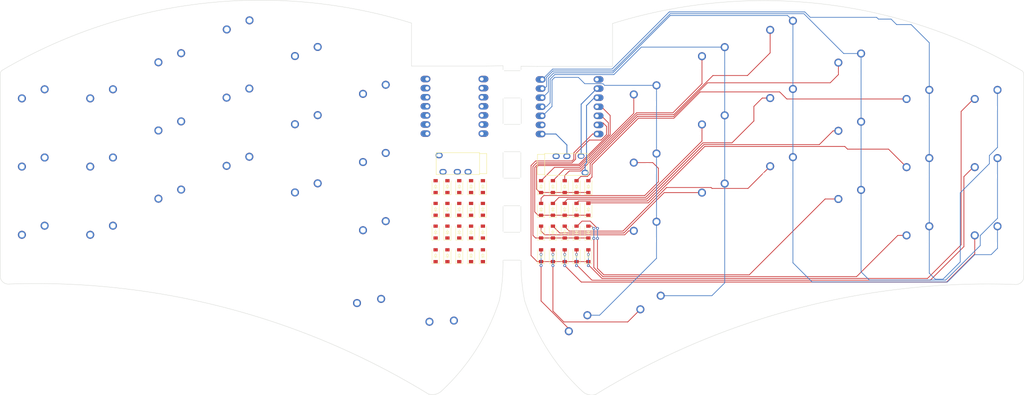
<source format=kicad_pcb>
(kicad_pcb (version 20211014) (generator pcbnew)
  (layers (0 "F.Cu" signal) (31 "B.Cu" signal) (34 "B.Paste" user) (35 "F.Paste" user) (36 "B.SilkS" user "B.Silkscreen") (37 "F.SilkS" user "F.Silkscreen") (38 "B.Mask" user) (39 "F.Mask" user) (44 "Edge.Cuts" user))
  (net 0 "")
  (footprint "random-keyboard-parts:D_SOD-123-Pretty" (layer "F.Cu") (at 170.432 107.232 90)
    (fp_text reference "REF**" hide)
    (fp_text value "D_SOD-123-Pretty" hide)
  )
  (footprint "Panelization:mouse-bite-5mm-slot" (layer "F.Cu") (at 149.084 96.022 90)
    (fp_text reference "mouse-bite-5mm-slot" hide)
    (fp_text value "VAL**" hide)
  )
  (footprint "random-keyboard-parts:D_SOD-123-Pretty" (layer "F.Cu") (at 160.532 107.232 90)
    (fp_text reference "REF**" hide)
    (fp_text value "D_SOD-123-Pretty" hide)
  )
  (footprint "random-keyboard-parts:D_SOD-123-Pretty" (layer "F.Cu") (at 127.76 107.232 90)
    (fp_text reference "REF**" hide)
    (fp_text value "D_SOD-123-Pretty" hide)
  )
  (footprint "MX_Only:MXOnly-1U-NoLED" (layer "F.Cu") (at 225.03 72.34)
    (fp_text reference "REF**" hide)
    (fp_text value "1U" hide)
  )
  (footprint "random-keyboard-parts:D_SOD-123-Pretty" (layer "F.Cu") (at 160.526 113.836 90)
    (fp_text reference "REF**" hide)
    (fp_text value "D_SOD-123-Pretty" hide)
  )
  (footprint "MX_Only:MXOnly-1U-NoLED" (layer "F.Cu") (at 111.286 71.162)
    (fp_text reference "REF**" hide)
    (fp_text value "1U" hide)
  )
  (footprint "random-keyboard-parts:D_SOD-123-Pretty" (layer "F.Cu") (at 140.968 94.532 90)
    (fp_text reference "REF**" hide)
    (fp_text value "D_SOD-123-Pretty" hide)
  )
  (footprint "random-keyboard-parts:D_SOD-123-Pretty" (layer "F.Cu") (at 170.432 94.532 90)
    (fp_text reference "REF**" hide)
    (fp_text value "D_SOD-123-Pretty" hide)
  )
  (footprint "MX_Only:MXOnly-1U-NoLED" (layer "F.Cu") (at 205.98 98.756)
    (fp_text reference "REF**" hide)
    (fp_text value "1U" hide)
  )
  (footprint "MX_Only:MXOnly-1U-NoLED" (layer "F.Cu") (at 205.98 79.706)
    (fp_text reference "REF**" hide)
    (fp_text value "1U" hide)
  )
  (footprint "xiao-main:xiao-tht" (layer "F.Cu") (at 133.03 72.104)
    (fp_text reference "U?" hide)
    (fp_text value "xiao-ble-thruhole" hide)
  )
  (footprint "random-keyboard-parts:D_SOD-123-Pretty" (layer "F.Cu") (at 137.666 94.532 90)
    (fp_text reference "REF**" hide)
    (fp_text value "D_SOD-123-Pretty" hide)
  )
  (footprint "MX_Only:MXOnly-1U-NoLED" (layer "F.Cu") (at 244.08 81.484)
    (fp_text reference "REF**" hide)
    (fp_text value "1U" hide)
  )
  (footprint "random-keyboard-parts:D_SOD-123-Pretty" (layer "F.Cu") (at 163.828 107.232 90)
    (fp_text reference "REF**" hide)
    (fp_text value "D_SOD-123-Pretty" hide)
  )
  (footprint "MX_Only:MXOnly-1U-NoLED" (layer "F.Cu") (at 186.93 90.374)
    (fp_text reference "REF**" hide)
    (fp_text value "1U" hide)
  )
  (footprint "random-keyboard-parts:D_SOD-123-Pretty" (layer "F.Cu") (at 160.526 94.532 90)
    (fp_text reference "REF**" hide)
    (fp_text value "D_SOD-123-Pretty" hide)
  )
  (footprint "random-keyboard-parts:D_SOD-123-Pretty" (layer "F.Cu") (at 127.76 113.836 90)
    (fp_text reference "REF**" hide)
    (fp_text value "D_SOD-123-Pretty" hide)
  )
  (footprint "MX_Only:MXOnly-1U-NoLED" (layer "F.Cu") (at 111.286 90.212)
    (fp_text reference "REF**" hide)
    (fp_text value "1U" hide)
  )
  (footprint "random-keyboard-parts:D_SOD-123-Pretty" (layer "F.Cu") (at 131.062 107.232 90)
    (fp_text reference "REF**" hide)
    (fp_text value "D_SOD-123-Pretty" hide)
  )
  (footprint "MX_Only:MXOnly-1U-NoLED" (layer "F.Cu") (at 225.03 91.39)
    (fp_text reference "REF**" hide)
    (fp_text value "1U" hide)
  )
  (footprint "MX_Only:MXOnly-1U-NoLED" (layer "F.Cu") (at 282.18 110.694)
    (fp_text reference "REF**" hide)
    (fp_text value "1U" hide)
  )
  (footprint "MX_Only:MXOnly-1U-NoLED" (layer "F.Cu") (at 263.13 91.644)
    (fp_text reference "REF**" hide)
    (fp_text value "1U" hide)
  )
  (footprint "MX_Only:MXOnly-1U-NoLED" (layer "F.Cu") (at 244.08 62.434)
    (fp_text reference "REF**" hide)
    (fp_text value "1U" hide)
  )
  (footprint "MX_Only:MXOnly-1U-NoLED" (layer "F.Cu") (at 54.136 100.4482)
    (fp_text reference "REF**" hide)
    (fp_text value "1U" hide)
  )
  (footprint "random-keyboard-parts:D_SOD-123-Pretty" (layer "F.Cu") (at 163.828 94.532 90)
    (fp_text reference "REF**" hide)
    (fp_text value "D_SOD-123-Pretty" hide)
  )
  (footprint "MX_Only:MXOnly-1U-NoLED" (layer "F.Cu") (at 35.086 72.432)
    (fp_text reference "REF**" hide)
    (fp_text value "1U" hide)
  )
  (footprint "MX_Only:MXOnly-1U-NoLED" (layer "F.Cu") (at 244.08 100.534)
    (fp_text reference "REF**" hide)
    (fp_text value "1U" hide)
  )
  (footprint "MX_Only:MXOnly-1U-NoLED" (layer "F.Cu") (at 16 72.434)
    (fp_text reference "REF**" hide)
    (fp_text value "1U" hide)
  )
  (footprint "MX_Only:MXOnly-1U-NoLED" (layer "F.Cu") (at 35.086 91.482)
    (fp_text reference "REF**" hide)
    (fp_text value "1U" hide)
  )
  (footprint "random-keyboard-parts:D_SOD-123-Pretty" (layer "F.Cu") (at 134.364 113.836 90)
    (fp_text reference "REF**" hide)
    (fp_text value "D_SOD-123-Pretty" hide)
  )
  (footprint "MX_Only:MXOnly-1U-NoLED" (layer "F.Cu") (at 186.93 109.424)
    (fp_text reference "REF**" hide)
    (fp_text value "1U" hide)
  )
  (footprint "random-keyboard-parts:D_SOD-123-Pretty" (layer "F.Cu") (at 134.364 100.882 90)
    (fp_text reference "REF**" hide)
    (fp_text value "D_SOD-123-Pretty" hide)
  )
  (footprint "MX_Only:MXOnly-1U-NoLED" (layer "F.Cu") (at 73.184 91.272)
    (fp_text reference "REF**" hide)
    (fp_text value "1U" hide)
  )
  (footprint "Keebio-Parts:TRRS-PJ-320A" (layer "F.Cu") (at 140.03 88.104 -90)
    (fp_text reference "REF**" hide)
    (fp_text value "TRRS-PJ-320A" hide)
  )
  (footprint "Keebio-Parts:TRRS-PJ-320A" (layer "F.Cu") (at 158.228 88.342 90)
    (fp_text reference "REF**" hide)
    (fp_text value "TRRS-PJ-320A" hide)
  )
  (footprint "MX_Only:MXOnly-1U-NoLED" (layer "F.Cu") (at 282.18 72.594)
    (fp_text reference "REF**" hide)
    (fp_text value "1U" hide)
  )
  (footprint "random-keyboard-parts:D_SOD-123-Pretty" (layer "F.Cu") (at 157.224 94.532 90)
    (fp_text reference "REF**" hide)
    (fp_text value "D_SOD-123-Pretty" hide)
  )
  (footprint "random-keyboard-parts:D_SOD-123-Pretty" (layer "F.Cu") (at 160.526 100.882 90)
    (fp_text reference "REF**" hide)
    (fp_text value "D_SOD-123-Pretty" hide)
  )
  (footprint "MX_Only:MXOnly-1U-NoLED" (layer "F.Cu") (at 111.286 109.262)
    (fp_text reference "REF**" hide)
    (fp_text value "1U" hide)
  )
  (footprint "MX_Only:MXOnly-1U-NoLED" (layer "F.Cu") (at 263.13 72.594)
    (fp_text reference "REF**" hide)
    (fp_text value "1U" hide)
  )
  (footprint "random-keyboard-parts:D_SOD-123-Pretty" (layer "F.Cu") (at 167.13 100.882 90)
    (fp_text reference "REF**" hide)
    (fp_text value "D_SOD-123-Pretty" hide)
  )
  (footprint "MX_Only:MXOnly-1U-NoLED" (layer "F.Cu") (at 92.28 60.604)
    (fp_text reference "REF**" hide)
    (fp_text value "1U" hide)
  )
  (footprint "MX_Only:MXOnly-1U-NoLED" (layer "F.Cu") (at 73.23 53.172)
    (fp_text reference "REF**" hide)
    (fp_text value "1U" hide)
  )
  (footprint "MX_Only:MXOnly-1U-NoLED" (layer "F.Cu") (at 189.216 130.506 12)
    (fp_text reference "REF**" hide)
    (fp_text value "1U" hide)
  )
  (footprint "random-keyboard-parts:D_SOD-123-Pretty" (layer "F.Cu") (at 140.968 107.232 90)
    (fp_text reference "REF**" hide)
    (fp_text value "D_SOD-123-Pretty" hide)
  )
  (footprint "random-keyboard-parts:D_SOD-123-Pretty" (layer "F.Cu") (at 131.062 100.882 90)
    (fp_text reference "REF**" hide)
    (fp_text value "D_SOD-123-Pretty" hide)
  )
  (footprint "MX_Only:MXOnly-1U-NoLED" (layer "F.Cu") (at 92.28 79.654)
    (fp_text reference "REF**" hide)
    (fp_text value "1U" hide)
  )
  (footprint "Panelization:mouse-bite-5mm-slot" (layer "F.Cu") (at 149.084 111.122 90)
    (fp_text reference "mouse-bite-5mm-slot" hide)
    (fp_text value "VAL**" hide)
  )
  (footprint "MX_Only:MXOnly-1U-NoLED" (layer "F.Cu") (at 225.03 53.29)
    (fp_text reference "REF**" hide)
    (fp_text value "1U" hide)
  )
  (footprint "MX_Only:MXOnly-1U-NoLED" (layer "F.Cu") (at 282.18 91.644)
    (fp_text reference "REF**" hide)
    (fp_text value "1U" hide)
  )
  (footprint "random-keyboard-parts:D_SOD-123-Pretty" (layer "F.Cu") (at 157.224 113.836 90)
    (fp_text reference "REF**" hide)
    (fp_text value "D_SOD-123-Pretty" hide)
  )
  (footprint "MX_Only:MXOnly-1U-NoLED" (layer "F.Cu") (at 16 110.534)
    (fp_text reference "REF**" hide)
    (fp_text value "1U" hide)
  )
  (footprint "MX_Only:MXOnly-1U-NoLED" (layer "F.Cu") (at 54.136 62.3482)
    (fp_text reference "REF**" hide)
    (fp_text value "1U" hide)
  )
  (footprint "Panelization:mouse-bite-5mm-slot" (layer "F.Cu") (at 149.134 65.922 90)
    (fp_text reference "mouse-bite-5mm-slot" hide)
    (fp_text value "VAL**" hide)
  )
  (footprint "random-keyboard-parts:D_SOD-123-Pretty" (layer "F.Cu") (at 157.224 107.232 90)
    (fp_text reference "REF**" hide)
    (fp_text value "D_SOD-123-Pretty" hide)
  )
  (footprint "random-keyboard-parts:D_SOD-123-Pretty" (layer "F.Cu") (at 127.76 100.882 90)
    (fp_text reference "REF**" hide)
    (fp_text value "D_SOD-123-Pretty" hide)
  )
  (footprint "random-keyboard-parts:D_SOD-123-Pretty" (layer "F.Cu") (at 167.13 113.836 90)
    (fp_text reference "REF**" hide)
    (fp_text value "D_SOD-123-Pretty" hide)
  )
  (footprint "MX_Only:MXOnly-1U-NoLED" (layer "F.Cu") (at 169.404 136.094 19)
    (fp_text reference "REF**" hide)
    (fp_text value "1U" hide)
  )
  (footprint "random-keyboard-parts:D_SOD-123-Pretty" (layer "F.Cu") (at 167.13 107.232 90)
    (fp_text reference "REF**" hide)
    (fp_text value "D_SOD-123-Pretty" hide)
  )
  (footprint "random-keyboard-parts:D_SOD-123-Pretty" (layer "F.Cu") (at 134.364 94.532 90)
    (fp_text reference "REF**" hide)
    (fp_text value "D_SOD-123-Pretty" hide)
  )
  (footprint "MX_Only:MXOnly-1U-NoLED" (layer "F.Cu") (at 128.812 135.932 -19)
    (fp_text reference "REF**" hide)
    (fp_text value "1U" hide)
  )
  (footprint "MX_Only:MXOnly-1U-NoLED" (layer "F.Cu") (at 35.086 110.532)
    (fp_text reference "REF**" hide)
    (fp_text value "1U" hide)
  )
  (footprint "random-keyboard-parts:D_SOD-123-Pretty" (layer "F.Cu") (at 137.666 113.836 90)
    (fp_text reference "REF**" hide)
    (fp_text value "D_SOD-123-Pretty" hide)
  )
  (footprint "random-keyboard-parts:D_SOD-123-Pretty" (layer "F.Cu") (at 137.666 107.232 90)
    (fp_text reference "REF**" hide)
    (fp_text value "D_SOD-123-Pretty" hide)
  )
  (footprint "random-keyboard-parts:D_SOD-123-Pretty" (layer "F.Cu") (at 163.828 100.882 90)
    (fp_text reference "REF**" hide)
    (fp_text value "D_SOD-123-Pretty" hide)
  )
  (footprint "MX_Only:MXOnly-1U-NoLED" (layer "F.Cu") (at 92.28 98.704)
    (fp_text reference "REF**" hide)
    (fp_text value "1U" hide)
  )
  (footprint "random-keyboard-parts:D_SOD-123-Pretty" (layer "F.Cu") (at 127.76 94.532 90)
    (fp_text reference "REF**" hide)
    (fp_text value "D_SOD-123-Pretty" hide)
  )
  (footprint "random-keyboard-parts:D_SOD-123-Pretty" (layer "F.Cu") (at 170.432 100.882 90)
    (fp_text reference "REF**" hide)
    (fp_text value "D_SOD-123-Pretty" hide)
  )
  (footprint "MX_Only:MXOnly-1U-NoLED" (layer "F.Cu") (at 205.98 60.656)
    (fp_text reference "REF**" hide)
    (fp_text value "1U" hide)
  )
  (footprint "random-keyboard-parts:D_SOD-123-Pretty" (layer "F.Cu") (at 140.968 100.882 90)
    (fp_text reference "REF**" hide)
    (fp_text value "D_SOD-123-Pretty" hide)
  )
  (footprint "MX_Only:MXOnly-1U-NoLED" (layer "F.Cu") (at 54.136 81.3982)
    (fp_text reference "REF**" hide)
    (fp_text value "1U" hide)
  )
  (footprint "random-keyboard-parts:D_SOD-123-Pretty" (layer "F.Cu") (at 163.828 113.836 90)
    (fp_text reference "REF**" hide)
    (fp_text value "D_SOD-123-Pretty" hide)
  )
  (footprint "random-keyboard-parts:D_SOD-123-Pretty" (layer "F.Cu") (at 140.968 113.836 90)
    (fp_text reference "REF**" hide)
    (fp_text value "D_SOD-123-Pretty" hide)
  )
  (footprint "MX_Only:MXOnly-1U-NoLED" (layer "F.Cu") (at 109 130.344 -12)
    (fp_text reference "REF**" hide)
    (fp_text value "1U" hide)
  )
  (footprint "MX_Only:MXOnly-1U-NoLED" (layer "F.Cu") (at 16 91.484)
    (fp_text reference "REF**" hide)
    (fp_text value "1U" hide)
  )
  (footprint "random-keyboard-parts:D_SOD-123-Pretty" (layer "F.Cu") (at 131.062 94.532 90)
    (fp_text reference "REF**" hide)
    (fp_text value "D_SOD-123-Pretty" hide)
  )
  (footprint "MX_Only:MXOnly-1U-NoLED" (layer "F.Cu") (at 263.13 110.694)
    (fp_text reference "REF**" hide)
    (fp_text value "1U" hide)
  )
  (footprint "MX_Only:MXOnly-1U-NoLED" (layer "F.Cu") (at 73.184 72.222)
    (fp_text reference "REF**" hide)
    (fp_text value "1U" hide)
  )
  (footprint "Panelization:mouse-bite-5mm-slot" (layer "F.Cu") (at 149.134 80.972 90)
    (fp_text reference "mouse-bite-5mm-slot" hide)
    (fp_text value "VAL**" hide)
  )
  (footprint "random-keyboard-parts:D_SOD-123-Pretty" (layer "F.Cu") (at 170.432 113.836 90)
    (fp_text reference "REF**" hide)
    (fp_text value "D_SOD-123-Pretty" hide)
  )
  (footprint "random-keyboard-parts:D_SOD-123-Pretty" (layer "F.Cu") (at 134.364 107.232 90)
    (fp_text reference "REF**" hide)
    (fp_text value "D_SOD-123-Pretty" hide)
  )
  (footprint "random-keyboard-parts:D_SOD-123-Pretty" (layer "F.Cu") (at 137.666 100.882 90)
    (fp_text reference "REF**" hide)
    (fp_text value "D_SOD-123-Pretty" hide)
  )
  (footprint "MX_Only:MXOnly-1U-NoLED" (layer "F.Cu") (at 186.93 71.324)
    (fp_text reference "REF**" hide)
    (fp_text value "1U" hide)
  )
  (footprint "random-keyboard-parts:D_SOD-123-Pretty" (layer "F.Cu") (at 167.13 94.532 90)
    (fp_text reference "REF**" hide)
    (fp_text value "D_SOD-123-Pretty" hide)
  )
  (footprint "random-keyboard-parts:D_SOD-123-Pretty" (layer "F.Cu") (at 157.224 100.882 90)
    (fp_text reference "REF**" hide)
    (fp_text value "D_SOD-123-Pretty" hide)
  )
  (footprint "random-keyboard-parts:D_SOD-123-Pretty" (layer "F.Cu") (at 131.062 113.836 90)
    (fp_text reference "REF**" hide)
    (fp_text value "D_SOD-123-Pretty" hide)
  )
  (footprint "xiao-main:xiao-tht" (layer "B.Cu") (at 165.184 72.222 180)
    (fp_text reference "U?" hide)
    (fp_text value "xiao-ble-thruhole" hide)
  )
  (gr_arc (start 145.574 126.324) (mid 139.081835 140.070934) (end 129.318 151.724) (layer "Edge.Cuts") (width 0.1))
  (gr_line (start 6.128 63.332) (end 6.128 119.466) (layer "Edge.Cuts") (width 0.1))
  (gr_line (start 151.684 77.172) (end 146.584 77.172) (layer "Edge.Cuts") (width 0.1))
  (gr_line (start 146.584 84.772) (end 146.584 92.172) (layer "Edge.Cuts") (width 0.1))
  (gr_arc (start 6.128 63.332) (mid 6.230737 62.636493) (end 6.636 62.062) (layer "Edge.Cuts") (width 0.1))
  (gr_arc (start 172.452 152.604) (mid 228.731404 128.597645) (end 289.546 121.87) (layer "Edge.Cuts") (width 0.1))
  (gr_line (start 146.584 69.772) (end 146.584 77.172) (layer "Edge.Cuts") (width 0.1))
  (gr_arc (start 8.668 121.752) (mid 6.874544 121.19061) (end 6.128 119.466) (layer "Edge.Cuts") (width 0.1))
  (gr_arc (start 168.896 151.842) (mid 159.132167 140.188933) (end 152.64 126.442) (layer "Edge.Cuts") (width 0.1))
  (gr_arc (start 291.578 62.18) (mid 291.983221 62.754505) (end 292.086 63.45) (layer "Edge.Cuts") (width 0.1))
  (gr_line (start 151.584 99.872) (end 151.584 107.272) (layer "Edge.Cuts") (width 0.1))
  (gr_line (start 151.684 69.772) (end 146.584 69.772) (layer "Edge.Cuts") (width 0.1))
  (gr_line (start 121.03 60.854) (end 121.03 48.854) (layer "Edge.Cuts") (width 0.1))
  (gr_arc (start 6.636 62.062) (mid 62.440365 43.396443) (end 121.03 48.854) (layer "Edge.Cuts") (width 0.1))
  (gr_line (start 177.184 48.972) (end 177.184 60.972) (layer "Edge.Cuts") (width 0.1))
  (gr_arc (start 152.64 126.442) (mid 151.860457 121.133861) (end 151.624 115.774) (layer "Edge.Cuts") (width 0.1))
  (gr_line (start 151.624 60.91) (end 151.624 62.172) (layer "Edge.Cuts") (width 0.1))
  (gr_line (start 151.624 62.172) (end 146.584 62.172) (layer "Edge.Cuts") (width 0.1))
  (gr_line (start 146.584 107.272) (end 146.584 99.872) (layer "Edge.Cuts") (width 0.1))
  (gr_arc (start 292.086 119.584) (mid 291.339441 121.308594) (end 289.546 121.87) (layer "Edge.Cuts") (width 0.1))
  (gr_line (start 151.584 107.272) (end 146.584 107.272) (layer "Edge.Cuts") (width 0.1))
  (gr_arc (start 177.184 48.972) (mid 235.773635 43.514438) (end 291.578 62.18) (layer "Edge.Cuts") (width 0.1))
  (gr_line (start 151.584 99.872) (end 146.584 99.872) (layer "Edge.Cuts") (width 0.1))
  (gr_line (start 151.624 115.774) (end 151.624 115.072) (layer "Edge.Cuts") (width 0.1))
  (gr_line (start 146.584 62.172) (end 146.59 60.792) (layer "Edge.Cuts") (width 0.1))
  (gr_arc (start 172.452 152.604) (mid 170.576232 152.679244) (end 168.896 151.842) (layer "Edge.Cuts") (width 0.1))
  (gr_arc (start 129.318 151.724) (mid 127.637759 152.561232) (end 125.762 152.486) (layer "Edge.Cuts") (width 0.1))
  (gr_line (start 146.584 115.072) (end 146.59 115.656) (layer "Edge.Cuts") (width 0.1))
  (gr_line (start 142.03 60.854) (end 121.03 60.854) (layer "Edge.Cuts") (width 0.1))
  (gr_arc (start 8.668 121.752) (mid 69.482595 128.479648) (end 125.762 152.486) (layer "Edge.Cuts") (width 0.1))
  (gr_line (start 151.624 115.072) (end 146.584 115.072) (layer "Edge.Cuts") (width 0.1))
  (gr_line (start 151.684 77.172) (end 151.684 69.772) (layer "Edge.Cuts") (width 0.1))
  (gr_line (start 151.584 92.172) (end 151.584 84.772) (layer "Edge.Cuts") (width 0.1))
  (gr_line (start 177.184 60.972) (end 156.184 60.972) (layer "Edge.Cuts") (width 0.1))
  (gr_line (start 142.03 60.854) (end 146.59 60.792) (layer "Edge.Cuts") (width 0.1))
  (gr_line (start 151.584 84.772) (end 146.584 84.772) (layer "Edge.Cuts") (width 0.1))
  (gr_line (start 151.584 92.172) (end 146.584 92.172) (layer "Edge.Cuts") (width 0.1))
  (gr_line (start 151.624 60.91) (end 156.184 60.972) (layer "Edge.Cuts") (width 0.1))
  (gr_arc (start 146.59 115.656) (mid 146.353548 121.015862) (end 145.574 126.324) (layer "Edge.Cuts") (width 0.1))
  (gr_line (start 292.086 119.584) (end 292.086 63.45) (layer "Edge.Cuts") (width 0.1))
  (segment (start 184.15 74.93) (end 194.31 74.93) (width 0.2) (layer "F.Cu") (net 0))
  (segment (start 214.884 63.5) (end 221.22 57.164) (width 0.2) (layer "F.Cu") (net 0))
  (segment (start 180.084 106.978) (end 192.276 94.786) (width 0.2) (layer "F.Cu") (net 0))
  (segment (start 204.722 94.786) (end 204.976 95.04) (width 0.2) (layer "F.Cu") (net 0))
  (segment (start 223.874 68.072) (end 225.856 70.054) (width 0.2) (layer "F.Cu") (net 0))
  (segment (start 215.39 119.17) (end 236.566 97.994) (width 0.2) (layer "F.Cu") (net 0))
  (segment (start 218.998 69.8) (end 221.22 69.8) (width 0.2) (layer "F.Cu") (net 0))
  (segment (start 157.224 116.586) (end 157.224 126.49) (width 0.2) (layer "F.Cu") (net 0))
  (segment (start 172.972 106.216) (end 170.94 104.184) (width 0.2) (layer "F.Cu") (net 0))
  (segment (start 278.37 113.34) (end 278.37 108.154) (width 0.2) (layer "F.Cu") (net 0))
  (segment (start 171.956 117.138) (end 174.496 119.678) (width 0.2) (layer "F.Cu") (net 0))
  (segment (start 174.076 74.762) (end 172.804 74.762) (width 0.2) (layer "F.Cu") (net 0))
  (segment (start 181.440811 132.334) (end 184.961162 128.813649) (width 0.2) (layer "F.Cu") (net 0))
  (segment (start 167.34 116.586) (end 171.448 120.694) (width 0.2) (layer "F.Cu") (net 0))
  (segment (start 155.6688 108.882) (end 154.94 108.1532) (width 0.2) (layer "F.Cu") (net 0))
  (segment (start 157.224 112.186) (end 157.224 113.538) (width 0.2) (layer "F.Cu") (net 0))
  (segment (start 203.708 65.532) (end 237.998 65.532) (width 0.2) (layer "F.Cu") (net 0))
  (segment (start 155.448 101.6) (end 155.448 89.154) (width 0.2) (layer "F.Cu") (net 0))
  (segment (start 188.418 87.834) (end 183.12 87.834) (width 0.2) (layer "F.Cu") (net 0))
  (segment (start 237.998 65.532) (end 240.27 63.26) (width 0.2) (layer "F.Cu") (net 0))
  (segment (start 167.13 102.532) (end 170.432 102.532) (width 0.2) (layer "F.Cu") (net 0))
  (segment (start 186.436 97.536) (end 202.17 81.802) (width 0.2) (layer "F.Cu") (net 0))
  (segment (start 172.972 109.01) (end 172.972 117.392) (width 0.2) (layer "F.Cu") (net 0))
  (segment (start 157.224 96.182) (end 160.526 96.182) (width 0.2) (layer "F.Cu") (net 0))
  (segment (start 163.828 102.532) (end 167.13 102.532) (width 0.2) (layer "F.Cu") (net 0))
  (segment (start 155.956 87.884) (end 165.862 87.884) (width 0.2) (layer "F.Cu") (net 0))
  (segment (start 155.448 89.154) (end 156.302 88.3) (width 0.2) (layer "F.Cu") (net 0))
  (segment (start 242.062 83.312) (end 242.824 84.074) (width 0.2) (layer "F.Cu") (net 0))
  (segment (start 163.828 112.186) (end 163.828 113.54) (width 0.2) (layer "F.Cu") (net 0))
  (segment (start 210.566 82.296) (end 216.662 76.2) (width 0.2) (layer "F.Cu") (net 0))
  (segment (start 278.042 70.054) (end 278.37 70.054) (width 0.2) (layer "F.Cu") (net 0))
  (segment (start 187.198 99.06) (end 202.946 83.312) (width 0.2) (layer "F.Cu") (net 0))
  (segment (start 189.992 89.408) (end 188.418 87.834) (width 0.2) (layer "F.Cu") (net 0))
  (segment (start 160.526 102.532) (end 163.828 102.532) (width 0.2) (layer "F.Cu") (net 0))
  (segment (start 176.53 74.676) (end 176.53 80.07) (width 0.2) (layer "F.Cu") (net 0))
  (segment (start 167.64 98.552) (end 186.944 98.552) (width 0.2) (layer "F.Cu") (net 0))
  (segment (start 164.592 98.044) (end 186.69 98.044) (width 0.2) (layer "F.Cu") (net 0))
  (segment (start 234.95 82.804) (end 238.81 78.944) (width 0.2) (layer "F.Cu") (net 0))
  (segment (start 176.022 76.708) (end 174.076 74.762) (width 0.2) (layer "F.Cu") (net 0))
  (segment (start 171.45 88.392) (end 184.404 75.438) (width 0.2) (layer "F.Cu") (net 0))
  (segment (start 170.942 88.138) (end 184.15 74.93) (width 0.2) (layer "F.Cu") (net 0))
  (segment (start 183.896 73.914) (end 194.056 73.914) (width 0.2) (layer "F.Cu") (net 0))
  (segment (start 163.828 96.182) (end 167.13 96.182) (width 0.2) (layer "F.Cu") (net 0))
  (segment (start 172.972 117.392) (end 174.75 119.17) (width 0.2) (layer "F.Cu") (net 0))
  (segment (start 242.824 84.074) (end 254.29 84.074) (width 0.2) (layer "F.Cu") (net 0))
  (segment (start 170.432 112.186) (end 170.432 113.538) (width 0.2) (layer "F.Cu") (net 0))
  (segment (start 174.496 119.678) (end 245.362 119.678) (width 0.2) (layer "F.Cu") (net 0))
  (segment (start 173.398 76.708) (end 172.804 77.302) (width 0.2) (layer "F.Cu") (net 0))
  (segment (start 170.604 99.06) (end 187.198 99.06) (width 0.2) (layer "F.Cu") (net 0))
  (segment (start 180.592 107.994) (end 181.702 106.884) (width 0.2) (layer "F.Cu") (net 0))
  (segment (start 202.17 65.8) (end 202.17 58.116) (width 0.2) (layer "F.Cu") (net 0))
  (segment (start 225.856 70.054) (end 259.32 70.054) (width 0.2) (layer "F.Cu") (net 0))
  (segment (start 186.944 98.552) (end 202.692 82.804) (width 0.2) (layer "F.Cu") (net 0))
  (segment (start 156.38 102.532) (end 155.448 101.6) (width 0.2) (layer "F.Cu") (net 0))
  (segment (start 157.224 99.232) (end 157.224 97.792) (width 0.2) (layer "F.Cu") (net 0))
  (segment (start 183.12 74.055) (end 183.12 68.784) (width 0.2) (layer "F.Cu") (net 0))
  (segment (start 194.31 75.438) (end 201.676 68.072) (width 0.2) (layer "F.Cu") (net 0))
  (segment (start 163.576 132.334) (end 181.440811 132.334) (width 0.2) (layer "F.Cu") (net 0))
  (segment (start 236.566 97.994) (end 240.27 97.994) (width 0.2) (layer "F.Cu") (net 0))
  (segment (start 167.954 88.646) (end 156.464 88.646) (width 0.2) (layer "F.Cu") (net 0))
  (segment (start 166.878 85.344) (end 170.688 81.534) (width 0.2) (layer "F.Cu") (net 0))
  (segment (start 157.988 97.028) (end 186.182 97.028) (width 0.2) (layer "F.Cu") (net 0))
  (segment (start 162.222 97.536) (end 186.436 97.536) (width 0.2) (layer "F.Cu") (net 0))
  (segment (start 184.404 75.438) (end 194.31 75.438) (width 0.2) (layer "F.Cu") (net 0))
  (segment (start 171.322 105.582) (end 170.432 105.582) (width 0.2) (layer "F.Cu") (net 0))
  (segment (start 163.828 92.882) (end 163.828 91.442) (width 0.2) (layer "F.Cu") (net 0))
  (segment (start 221.22 57.164) (end 221.22 50.75) (width 0.2) (layer "F.Cu") (net 0))
  (segment (start 157.224 108.882) (end 160.532 108.882) (width 0.2) (layer "F.Cu") (net 0))
  (segment (start 170.688 81.534) (end 173.99 81.534) (width 0.2) (layer "F.Cu") (net 0))
  (segment (start 170.18 91.694) (end 170.942 90.932) (width 0.2) (layer "F.Cu") (net 0))
  (segment (start 160.526 115.486) (end 163.828 115.486) (width 0.2) (layer "F.Cu") (net 0))
  (segment (start 157.224 97.792) (end 157.988 97.028) (width 0.2) (layer "F.Cu") (net 0))
  (segment (start 201.676 68.072) (end 223.874 68.072) (width 0.2) (layer "F.Cu") (net 0))
  (segment (start 157.224 106.978) (end 158.24 107.994) (width 0.2) (layer "F.Cu") (net 0))
  (segment (start 163.746 89.662) (end 168.148 89.662) (width 0.2) (layer "F.Cu") (net 0))
  (segment (start 204.976 95.04) (end 215.03 95.04) (width 0.2) (layer "F.Cu") (net 0))
  (segment (start 274.572 73.524) (end 278.042 70.054) (width 0.2) (layer "F.Cu") (net 0))
  (segment (start 167.13 92.882) (end 168.318 91.694) (width 0.2) (layer "F.Cu") (net 0))
  (segment (start 163.828 105.582) (end 163.828 105.708) (width 0.2) (layer "F.Cu") (net 0))
  (segment (start 168.654 104.184) (end 167.256 105.582) (width 0.2) (layer "F.Cu") (net 0))
  (segment (start 157.224 115.486) (end 156.126 115.486) (width 0.2) (layer "F.Cu") (net 0))
  (segment (start 160.526 96.182) (end 163.828 96.182) (width 0.2) (layer "F.Cu") (net 0))
  (segment (start 171.448 120.694) (end 265.936 120.694) (width 0.2) (layer "F.Cu") (net 0))
  (segment (start 167.132 116.586) (end 167.34 116.586) (width 0.2) (layer "F.Cu") (net 0))
  (segment (start 254.29 84.074) (end 259.32 89.104) (width 0.2) (layer "F.Cu") (net 0))
  (segment (start 171.956 109.01) (end 171.956 117.138) (width 0.2) (layer "F.Cu") (net 0))
  (segment (start 160.526 112.186) (end 160.526 113.54) (width 0.2) (layer "F.Cu") (net 0))
  (segment (start 167.13 115.486) (end 170.432 115.486) (width 0.2) (layer "F.Cu") (net 0))
  (segment (start 167.13 99.062) (end 167.64 98.552) (width 0.2) (layer "F.Cu") (net 0))
  (segment (start 167.256 105.582) (end 167.13 105.582) (width 0.2) (layer "F.Cu") (net 0))
  (segment (start 215.03 95.04) (end 221.22 88.85) (width 0.2) (layer "F.Cu") (net 0))
  (segment (start 194.31 74.93) (end 203.708 65.532) (width 0.2) (layer "F.Cu") (net 0))
  (segment (start 155.956 95.25) (end 156.888 96.182) (width 0.2) (layer "F.Cu") (net 0))
  (segment (start 167.13 108.882) (end 170.432 108.882) (width 0.2) (layer "F.Cu") (net 0))
  (segment (start 184.023 74.422) (end 194.31 74.422) (width 0.2) (layer "F.Cu") (net 0))
  (segment (start 163.828 115.486) (end 167.13 115.486) (width 0.2) (layer "F.Cu") (net 0))
  (segment (start 160.526 99.232) (end 162.222 97.536) (width 0.2) (layer "F.Cu") (net 0))
  (segment (start 158.24 107.994) (end 180.592 107.994) (width 0.2) (layer "F.Cu") (net 0))
  (segment (start 163.83 116.586) (end 168.446 121.202) (width 0.2) (layer "F.Cu") (net 0))
  (segment (start 166.37 85.09) (end 171.618 79.842) (width 0.2) (layer "F.Cu") (net 0))
  (segment (start 194.056 73.914) (end 202.17 65.8) (width 0.2) (layer "F.Cu") (net 0))
  (segment (start 192.276 94.786) (end 204.722 94.786) (width 0.2) (layer "F.Cu") (net 0))
  (segment (start 274.572 110.788) (end 274.572 73.524) (width 0.2) (layer "F.Cu") (net 0))
  (segment (start 154.432 88.646) (end 155.702 87.376) (width 0.2) (layer "F.Cu") (net 0))
  (segment (start 157.224 105.582) (end 157.224 106.978) (width 0.2) (layer "F.Cu") (net 0))
  (segment (start 175.514 77.724) (end 174.498 76.708) (width 0.2) (layer "F.Cu") (net 0))
  (segment (start 166.37 86.868) (end 166.37 85.09) (width 0.2) (layer "F.Cu") (net 0))
  (segment (start 174.076 72.222) (end 176.53 74.676) (width 0.2) (layer "F.Cu") (net 0))
  (segment (start 170.432 92.882) (end 171.45 91.864) (width 0.2) (layer "F.Cu") (net 0))
  (segment (start 162.436 107.486) (end 180.338 107.486) (width 0.2) (layer "F.Cu") (net 0))
  (segment (start 165.862 87.376) (end 166.37 86.868) (width 0.2) (layer "F.Cu") (net 0))
  (segment (start 167.13 96.182) (end 170.432 96.182) (width 0.2) (layer "F.Cu") (net 0))
  (segment (start 163.828 99.232) (end 163.828 98.808) (width 0.2) (layer "F.Cu") (net 0))
  (segment (start 180.338 107.486) (end 191.608 96.216) (width 0.2) (layer "F.Cu") (net 0))
  (segment (start 157.224 102.532) (end 160.526 102.532) (width 0.2) (layer "F.Cu") (net 0))
  (segment (start 160.526 129.284) (end 163.576 132.334) (width 0.2) (layer "F.Cu") (net 0))
  (segment (start 160.532 105.582) (end 162.436 107.486) (width 0.2) (layer "F.Cu") (net 0))
  (segment (start 172.804 72.222) (end 174.076 72.222) (width 0.2) (layer "F.Cu") (net 0))
  (segment (start 156.126 115.486) (end 154.432 113.792) (width 0.2) (layer "F.Cu") (net 0))
  (segment (start 167.13 99.232) (end 167.13 99.062) (width 0.2) (layer "F.Cu") (net 0))
  (segment (start 240.27 63.26) (end 240.27 59.894) (width 0.2) (layer "F.Cu") (net 0))
  (segment (start 160.532 108.882) (end 163.828 108.882) (width 0.2) (layer "F.Cu") (net 0))
  (segment (start 189.992 93.218) (end 189.992 89.408) (width 0.2) (layer "F.Cu") (net 0))
  (segment (start 154.432 113.792) (end 154.432 88.646) (width 0.2) (layer "F.Cu") (net 0))
  (segment (start 163.828 108.882) (end 167.13 108.882) (width 0.2) (layer "F.Cu") (net 0))
  (segment (start 166.878 86.868) (end 166.878 85.344) (width 0.2) (layer "F.Cu") (net 0))
  (segment (start 157.224 115.486) (end 160.526 115.486) (width 0.2) (layer "F.Cu") (net 0))
  (segment (start 170.432 99.232) (end 170.604 99.06) (width 0.2) (layer "F.Cu") (net 0))
  (segment (start 277.968 89.104) (end 278.37 89.104) (width 0.2) (layer "F.Cu") (net 0))
  (segment (start 176.53 80.07) (end 167.954 88.646) (width 0.2) (layer "F.Cu") (net 0))
  (segment (start 186.182 97.028) (end 189.992 93.218) (width 0.2) (layer "F.Cu") (net 0))
  (segment (start 167.8 88.3) (end 176.022 80.078) (width 0.2) (layer "F.Cu") (net 0))
  (segment (start 155.702 87.376) (end 165.862 87.376) (width 0.2) (layer "F.Cu") (net 0))
  (segment (start 170.94 104.184) (end 168.654 104.184) (width 0.2) (layer "F.Cu") (net 0))
  (segment (start 167.13 112.186) (end 167.13 113.538) (width 0.2) (layer "F.Cu") (net 0))
  (segment (start 194.31 74.422) (end 205.232 63.5) (width 0.2) (layer "F.Cu") (net 0))
  (segment (start 168.275 90.17) (end 184.023 74.422) (width 0.2) (layer "F.Cu") (net 0))
  (segment (start 163.828 91.442) (end 165.1 90.17) (width 0.2) (layer "F.Cu") (net 0))
  (segment (start 170.434 116.586) (end 170.642 116.586) (width 0.2) (layer "F.Cu") (net 0))
  (segment (start 154.94 108.1532) (end 154.94 88.9) (width 0.2) (layer "F.Cu") (net 0))
  (segment (start 202.17 81.802) (end 202.17 77.166) (width 0.2) (layer "F.Cu") (net 0))
  (segment (start 205.232 63.5) (end 214.884 63.5) (width 0.2) (layer "F.Cu") (net 0))
  (segment (start 265.936 120.694) (end 275.334 111.296) (width 0.2) (layer "F.Cu") (net 0))
  (segment (start 168.446 121.202) (end 270.508 121.202) (width 0.2) (layer "F.Cu") (net 0))
  (segment (start 245.362 119.678) (end 256.886 108.154) (width 0.2) (layer "F.Cu") (net 0))
  (segment (start 170.642 116.586) (end 174.242 120.186) (width 0.2) (layer "F.Cu") (net 0))
  (segment (start 202.692 82.804) (end 234.95 82.804) (width 0.2) (layer "F.Cu") (net 0))
  (segment (start 186.69 98.044) (end 202.438 82.296) (width 0.2) (layer "F.Cu") (net 0))
  (segment (start 168.148 89.662) (end 183.896 73.914) (width 0.2) (layer "F.Cu") (net 0))
  (segment (start 168.021 89.154) (end 183.12 74.055) (width 0.2) (layer "F.Cu") (net 0))
  (segment (start 216.662 76.2) (end 216.662 72.136) (width 0.2) (layer "F.Cu") (net 0))
  (segment (start 176.022 80.078) (end 176.022 76.708) (width 0.2) (layer "F.Cu") (net 0))
  (segment (start 170.432 99.232) (end 170.434 99.234) (width 0.2) (layer "F.Cu") (net 0))
  (segment (start 157.224 108.882) (end 155.6688 108.882) (width 0.2) (layer "F.Cu") (net 0))
  (segment (start 165.862 87.884) (end 166.878 86.868) (width 0.2) (layer "F.Cu") (net 0))
  (segment (start 173.99 81.534) (end 175.514 80.01) (width 0.2) (layer "F.Cu") (net 0))
  (segment (start 174.498 76.708) (end 173.398 76.708) (width 0.2) (layer "F.Cu") (net 0))
  (segment (start 160.526 92.882) (end 163.746 89.662) (width 0.2) (layer "F.Cu") (net 0))
  (segment (start 165.1 90.17) (end 168.275 90.17) (width 0.2) (layer "F.Cu") (net 0))
  (segment (start 170.942 90.932) (end 170.942 88.138) (width 0.2) (layer "F.Cu") (net 0))
  (segment (start 171.45 91.864) (end 171.45 88.392) (width 0.2) (layer "F.Cu") (net 0))
  (segment (start 171.618 79.842) (end 172.804 79.842) (width 0.2) (layer "F.Cu") (net 0))
  (segment (start 171.956 106.216) (end 171.322 105.582) (width 0.2) (layer "F.Cu") (net 0))
  (segment (start 181.702 106.884) (end 183.12 106.884) (width 0.2) (layer "F.Cu") (net 0))
  (segment (start 163.828 105.708) (end 165.098 106.978) (width 0.2) (layer "F.Cu") (net 0))
  (segment (start 275.334 111.296) (end 275.334 91.738) (width 0.2) (layer "F.Cu") (net 0))
  (segment (start 157.224 102.532) (end 156.38 102.532) (width 0.2) (layer "F.Cu") (net 0))
  (segment (start 163.828 98.808) (end 164.592 98.044) (width 0.2) (layer "F.Cu") (net 0))
  (segment (start 175.514 80.01) (end 175.514 77.724) (width 0.2) (layer "F.Cu") (net 0))
  (segment (start 275.334 91.738) (end 277.968 89.104) (width 0.2) (layer "F.Cu") (net 0))
  (segment (start 202.438 82.296) (end 210.566 82.296) (width 0.2) (layer "F.Cu") (net 0))
  (segment (start 155.956 89.154) (end 155.956 95.25) (width 0.2) (layer "F.Cu") (net 0))
  (segment (start 216.662 72.136) (end 218.998 69.8) (width 0.2) (layer "F.Cu") (net 0))
  (segment (start 165.098 106.978) (end 180.084 106.978) (width 0.2) (layer "F.Cu") (net 0))
  (segment (start 265.174 120.186) (end 274.572 110.788) (width 0.2) (layer "F.Cu") (net 0))
  (segment (start 160.526 116.586) (end 160.526 129.284) (width 0.2) (layer "F.Cu") (net 0))
  (segment (start 164.974631 134.240631) (end 164.974631 134.932797) (width 0.2) (layer "F.Cu") (net 0))
  (segment (start 156.888 96.182) (end 157.224 96.182) (width 0.2) (layer "F.Cu") (net 0))
  (segment (start 191.608 96.216) (end 202.17 96.216) (width 0.2) (layer "F.Cu") (net 0))
  (segment (start 156.302 88.3) (end 167.8 88.3) (width 0.2) (layer "F.Cu") (net 0))
  (segment (start 270.508 121.202) (end 278.37 113.34) (width 0.2) (layer "F.Cu") (net 0))
  (segment (start 256.886 108.154) (end 259.32 108.154) (width 0.2) (layer "F.Cu") (net 0))
  (segment (start 202.946 83.312) (end 242.062 83.312) (width 0.2) (layer "F.Cu") (net 0))
  (segment (start 174.75 119.17) (end 215.39 119.17) (width 0.2) (layer "F.Cu") (net 0))
  (segment (start 160.952 89.154) (end 168.021 89.154) (width 0.2) (layer "F.Cu") (net 0))
  (segment (start 168.318 91.694) (end 170.18 91.694) (width 0.2) (layer "F.Cu") (net 0))
  (segment (start 238.81 78.944) (end 240.27 78.944) (width 0.2) (layer "F.Cu") (net 0))
  (segment (start 156.464 88.646) (end 155.956 89.154) (width 0.2) (layer "F.Cu") (net 0))
  (segment (start 157.224 92.882) (end 160.952 89.154) (width 0.2) (layer "F.Cu") (net 0))
  (segment (start 174.242 120.186) (end 265.174 120.186) (width 0.2) (layer "F.Cu") (net 0))
  (segment (start 157.224 126.49) (end 164.974631 134.240631) (width 0.2) (layer "F.Cu") (net 0))
  (segment (start 154.94 88.9) (end 155.956 87.884) (width 0.2) (layer "F.Cu") (net 0))
  (via (at 160.526 113.54) (size 0.8) (drill 0.4) (layers "F.Cu" "B.Cu") (net 0))
  (via (at 171.956 106.216) (size 0.8) (drill 0.4) (layers "F.Cu" "B.Cu") (net 0))
  (via (at 170.434 116.586) (size 0.8) (drill 0.4) (layers "F.Cu" "B.Cu") (net 0))
  (via (at 167.132 116.586) (size 0.8) (drill 0.4) (layers "F.Cu" "B.Cu") (net 0))
  (via (at 171.956 109.01) (size 0.8) (drill 0.4) (layers "F.Cu" "B.Cu") (net 0))
  (via (at 167.13 113.538) (size 0.8) (drill 0.4) (layers "F.Cu" "B.Cu") (net 0))
  (via (at 172.972 109.01) (size 0.8) (drill 0.4) (layers "F.Cu" "B.Cu") (net 0))
  (via (at 172.972 106.216) (size 0.8) (drill 0.4) (layers "F.Cu" "B.Cu") (net 0))
  (via (at 163.83 116.586) (size 0.8) (drill 0.4) (layers "F.Cu" "B.Cu") (net 0))
  (via (at 163.828 113.54) (size 0.8) (drill 0.4) (layers "F.Cu" "B.Cu") (net 0))
  (via (at 160.526 116.586) (size 0.8) (drill 0.4) (layers "F.Cu" "B.Cu") (net 0))
  (via (at 157.224 113.538) (size 0.8) (drill 0.4) (layers "F.Cu" "B.Cu") (net 0))
  (via (at 170.432 113.538) (size 0.8) (drill 0.4) (layers "F.Cu" "B.Cu") (net 0))
  (via (at 157.224 116.586) (size 0.8) (drill 0.4) (layers "F.Cu" "B.Cu") (net 0))
  (segment (start 227.57 67.26) (end 227.57 48.21) (width 0.2) (layer "B.Cu") (net 0))
  (segment (start 161.376 79.842) (end 157.564 79.842) (width 0.25) (layer "B.Cu") (net 0))
  (segment (start 193.04 45.72) (end 177.038 61.722) (width 0.2) (layer "B.Cu") (net 0))
  (segment (start 208.52 93.676) (end 208.52 74.626) (width 0.2) (layer "B.Cu") (net 0))
  (segment (start 163.828 116.584) (end 163.83 116.586) (width 0.2) (layer "B.Cu") (net 0))
  (segment (start 284.72 83.58) (end 282.448 85.852) (width 0.2) (layer "B.Cu") (net 0))
  (segment (start 251.46 47.752) (end 250.952 47.244) (width 0.2) (layer "B.Cu") (net 0))
  (segment (start 160.528 62.23) (end 158.75 64.008) (width 0.2) (layer "B.Cu") (net 0))
  (segment (start 174.956 66.244) (end 174.498 65.786) (width 0.2) (layer "B.Cu") (net 0))
  (segment (start 164.428 82.894) (end 161.376 79.842) (width 0.25) (layer "B.Cu") (net 0))
  (segment (start 274.32 115.57) (end 269.494 120.396) (width 0.2) (layer "B.Cu") (net 0))
  (segment (start 158.75 64.008) (end 158.75 66.548) (width 0.2) (layer "B.Cu") (net 0))
  (segment (start 169.418 65.786) (end 167.64 64.008) (width 0.2) (layer "B.Cu") (net 0))
  (segment (start 161.036 64.008) (end 160.274 64.77) (width 0.2) (layer "B.Cu") (net 0))
  (segment (start 159.766 64.516) (end 159.766 71.12) (width 0.2) (layer "B.Cu") (net 0))
  (segment (start 227.57 48.21) (end 226.096 46.736) (width 0.2) (layer "B.Cu") (net 0))
  (segment (start 170.151731 130.463823) (end 173.574177 130.463823) (width 0.2) (layer "B.Cu") (net 0))
  (segment (start 248.92 120.65) (end 246.62 118.35) (width 0.2) (layer "B.Cu") (net 0))
  (segment (start 177.038 61.722) (end 160.444 61.722) (width 0.2) (layer "B.Cu") (net 0))
  (segment (start 246.62 76.404) (end 246.62 57.354) (width 0.2) (layer "B.Cu") (net 0))
  (segment (start 189.47 66.244) (end 174.956 66.244) (width 0.2) (layer "B.Cu") (net 0))
  (segment (start 158.156 67.142) (end 157.564 67.142) (width 0.2) (layer "B.Cu") (net 0))
  (segment (start 241.758 57.354) (end 230.632 46.228) (width 0.2) (layer "B.Cu") (net 0))
  (segment (start 168.428 86.042) (end 168.428 71.518) (width 0.25) (layer "B.Cu") (net 0))
  (segment (start 189.47 85.294) (end 189.47 66.244) (width 0.2) (layer "B.Cu") (net 0))
  (segment (start 232.918 121.158) (end 227.57 115.81) (width 0.2) (layer "B.Cu") (net 0))
  (segment (start 226.096 46.736) (end 193.294 46.736) (width 0.2) (layer "B.Cu") (net 0))
  (segment (start 177.546 63.246) (end 161.036 63.246) (width 0.2) (layer "B.Cu") (net 0))
  (segment (start 230.886 45.72) (end 193.04 45.72) (width 0.2) (layer "B.Cu") (net 0))
  (segment (start 284.72 111.774) (end 282.942 113.552) (width 0.2) (layer "B.Cu") (net 0))
  (segment (start 172.972 106.216) (end 172.972 109.01) (width 0.2) (layer "B.Cu") (net 0))
  (segment (start 232.41 47.244) (end 230.886 45.72) (width 0.2) (layer "B.Cu") (net 0))
  (segment (start 208.52 74.626) (end 208.52 55.576) (width 0.2) (layer "B.Cu") (net 0))
  (segment (start 170.432 113.538) (end 170.432 116.584) (width 0.2) (layer "B.Cu") (net 0))
  (segment (start 164.428 86.042) (end 164.428 82.894) (width 0.25) (layer "B.Cu") (net 0))
  (segment (start 265.67 86.564) (end 265.67 67.514) (width 0.2) (layer "B.Cu") (net 0))
  (segment (start 227.57 115.81) (end 227.57 86.31) (width 0.2) (layer "B.Cu") (net 0))
  (segment (start 246.62 118.35) (end 246.62 95.454) (width 0.2) (layer "B.Cu") (net 0))
  (segment (start 177.292 62.23) (end 160.528 62.23) (width 0.2) (layer "B.Cu") (net 0))
  (segment (start 167.64 64.008) (end 161.036 64.008) (width 0.2) (layer "B.Cu") (net 0))
  (segment (start 159.766 71.12) (end 158.664 72.222) (width 0.2) (layer "B.Cu") (net 0))
  (segment (start 160.526 113.54) (end 160.526 116.586) (width 0.2) (layer "B.Cu") (net 0))
  (segment (start 269.494 120.396) (end 267.335 120.396) (width 0.2) (layer "B.Cu") (net 0))
  (segment (start 185.216 55.576) (end 177.546 63.246) (width 0.2) (layer "B.Cu") (net 0))
  (segment (start 265.67 105.614) (end 265.67 86.564) (width 0.2) (layer "B.Cu") (net 0))
  (segment (start 260.604 49.276) (end 256.54 49.276) (width 0.2) (layer "B.Cu") (net 0))
  (segment (start 270.256 120.65) (end 248.92 120.65) (width 0.2) (layer "B.Cu") (net 0))
  (segment (start 167.13 116.584) (end 167.132 116.586) (width 0.2) (layer "B.Cu") (net 0))
  (segment (start 230.632 46.228) (end 193.294 46.228) (width 0.2) (layer "B.Cu") (net 0))
  (segment (start 246.62 95.454) (end 246.62 76.404) (width 0.2) (layer "B.Cu") (net 0))
  (segment (start 169.926 87.884) (end 169.926 71.882) (width 0.25) (layer "B.Cu") (net 0))
  (segment (start 227.57 86.31) (end 227.57 67.26) (width 0.2) (layer "B.Cu") (net 0))
  (segment (start 172.126 69.682) (end 172.804 69.682) (width 0.25) (layer "B.Cu") (net 0))
  (segment (start 169.528 90.642) (end 169.528 88.282) (width 0.25) (layer "B.Cu") (net 0))
  (segment (start 157.648 69.682) (end 157.564 69.682) (width 0.2) (layer "B.Cu") (net 0))
  (segment (start 189.47 104.344) (end 189.47 85.294) (width 0.2) (layer "B.Cu") (net 0))
  (segment (start 284.72 105.614) (end 284.72 111.774) (width 0.2) (layer "B.Cu") (net 0))
  (segment (start 160.274 72.136) (end 157.648 74.762) (width 0.2) (layer "B.Cu") (net 0))
  (segment (start 284.72 86.564) (end 284.72 103.392) (width 0.2) (layer "B.Cu") (net 0))
  (segment (start 190.644304 125.008914) (end 204.937086 125.008914) (width 0.2) (layer "B.Cu") (net 0))
  (segment (start 270.764 121.158) (end 232.918 121.158) (width 0.2) (layer "B.Cu") (net 0))
  (segment (start 161.036 63.246) (end 159.766 64.516) (width 0.2) (layer "B.Cu") (net 0))
  (segment (start 265.67 118.731) (end 265.67 105.614) (width 0.2) (layer "B.Cu") (net 0))
  (segment (start 193.294 46.736) (end 177.292 62.738) (width 0.2) (layer "B.Cu") (net 0))
  (segment (start 279.908 108.204) (end 279.908 110.998) (width 0.2) (layer "B.Cu") (net 0))
  (segment (start 278.37 113.552) (end 270.764 121.158) (width 0.2) (layer "B.Cu") (net 0))
  (segment (start 246.62 57.354) (end 241.758 57.354) (width 0.2) (layer "B.Cu") (net 0))
  (segment (start 157.648 74.762) (end 157.564 74.762) (width 0.2) (layer "B.Cu") (net 0))
  (segment (start 189.47 114.568) (end 189.47 104.344) (width 0.2) (layer "B.Cu") (net 0))
  (segment (start 255.016 47.752) (end 251.46 47.752) (width 0.2) (layer "B.Cu") (net 0))
  (segment (start 208.52 121.426) (end 208.52 93.676) (width 0.2) (layer "B.Cu") (net 0))
  (segment (start 160.782 62.738) (end 159.258 64.262) (width 0.2) (layer "B.Cu") (net 0))
  (segment (start 265.67 67.514) (end 265.67 54.342) (width 0.2) (layer "B.Cu") (net 0))
  (segment (start 282.448 85.852) (end 282.448 88.138) (width 0.2) (layer "B.Cu") (net 0))
  (segment (start 157.224 113.538) (end 157.224 116.586) (width 0.2) (layer "B.Cu") (net 0))
  (segment (start 204.937086 125.008914) (end 208.52 121.426) (width 0.2) (layer "B.Cu") (net 0))
  (segment (start 158.664 72.222) (end 157.564 72.222) (width 0.2) (layer "B.Cu") (net 0))
  (segment (start 168.428 71.518) (end 172.804 67.142) (width 0.25) (layer "B.Cu") (net 0))
  (segment (start 170.432 116.584) (end 170.434 116.586) (width 0.2) (layer "B.Cu") (net 0))
  (segment (start 282.942 113.552) (end 278.37 113.552) (width 0.2) (layer "B.Cu") (net 0))
  (segment (start 160.444 61.722) (end 157.564 64.602) (width 0.2) (layer "B.Cu") (net 0))
  (segment (start 279.908 110.998) (end 270.256 120.65) (width 0.2) (layer "B.Cu") (net 0))
  (segment (start 159.258 68.072) (end 157.648 69.682) (width 0.2) (layer "B.Cu") (net 0))
  (segment (start 173.574177 130.463823) (end 189.47 114.568) (width 0.2) (layer "B.Cu") (net 0))
  (segment (start 177.292 62.738) (end 160.782 62.738) (width 0.2) (layer "B.Cu") (net 0))
  (segment (start 167.13 113.538) (end 167.13 116.584) (width 0.2) (layer "B.Cu") (net 0))
  (segment (start 158.75 66.548) (end 158.156 67.142) (width 0.2) (layer "B.Cu") (net 0))
  (segment (start 169.528 88.282) (end 169.926 87.884) (width 0.25) (layer "B.Cu") (net 0))
  (segment (start 159.258 64.262) (end 159.258 68.072) (width 0.2) (layer "B.Cu") (net 0))
  (segment (start 169.926 71.882) (end 172.126 69.682) (width 0.25) (layer "B.Cu") (net 0))
  (segment (start 163.828 113.54) (end 163.828 116.584) (width 0.2) (layer "B.Cu") (net 0))
  (segment (start 250.952 47.244) (end 232.41 47.244) (width 0.2) (layer "B.Cu") (net 0))
  (segment (start 174.498 65.786) (end 169.418 65.786) (width 0.2) (layer "B.Cu") (net 0))
  (segment (start 256.54 49.276) (end 255.016 47.752) (width 0.2) (layer "B.Cu") (net 0))
  (segment (start 284.72 103.392) (end 279.908 108.204) (width 0.2) (layer "B.Cu") (net 0))
  (segment (start 160.274 64.77) (end 160.274 72.136) (width 0.2) (layer "B.Cu") (net 0))
  (segment (start 171.956 106.216) (end 171.956 109.01) (width 0.2) (layer "B.Cu") (net 0))
  (segment (start 267.335 120.396) (end 265.67 118.731) (width 0.2) (layer "B.Cu") (net 0))
  (segment (start 274.32 96.266) (end 274.32 115.57) (width 0.2) (layer "B.Cu") (net 0))
  (segment (start 284.72 67.514) (end 284.72 83.58) (width 0.2) (layer "B.Cu") (net 0))
  (segment (start 265.67 54.342) (end 260.604 49.276) (width 0.2) (layer "B.Cu") (net 0))
  (segment (start 282.448 88.138) (end 274.32 96.266) (width 0.2) (layer "B.Cu") (net 0))
  (segment (start 208.52 55.576) (end 185.216 55.576) (width 0.2) (layer "B.Cu") (net 0))
  (segment (start 193.294 46.228) (end 177.292 62.23) (width 0.2) (layer "B.Cu") (net 0))
)
</source>
